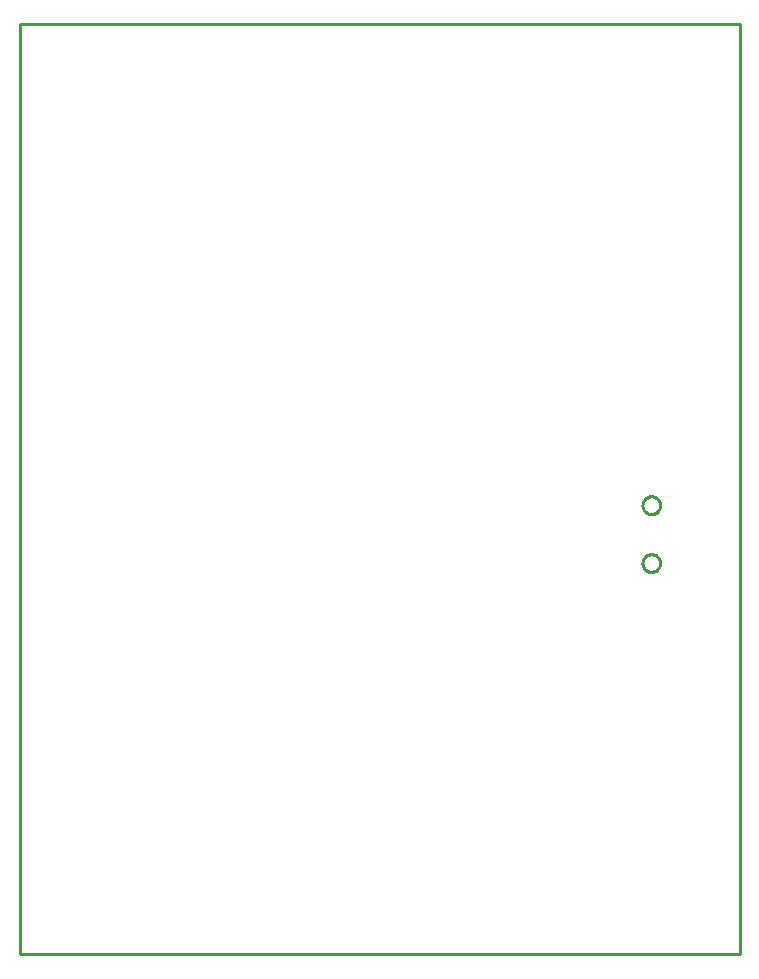
<source format=gbr>
G04 EAGLE Gerber RS-274X export*
G75*
%MOMM*%
%FSLAX34Y34*%
%LPD*%
%IN*%
%IPPOS*%
%AMOC8*
5,1,8,0,0,1.08239X$1,22.5*%
G01*
%ADD10C,0.254000*%


D10*
X0Y0D02*
X609600Y0D01*
X609600Y787400D01*
X0Y787400D01*
X0Y0D01*
X535248Y338600D02*
X535982Y338528D01*
X536705Y338384D01*
X537410Y338170D01*
X538091Y337888D01*
X538740Y337541D01*
X539353Y337131D01*
X539923Y336664D01*
X540444Y336143D01*
X540911Y335573D01*
X541321Y334960D01*
X541668Y334311D01*
X541950Y333630D01*
X542164Y332925D01*
X542308Y332202D01*
X542380Y331468D01*
X542380Y330732D01*
X542308Y329998D01*
X542164Y329275D01*
X541950Y328570D01*
X541668Y327889D01*
X541321Y327240D01*
X540911Y326627D01*
X540444Y326057D01*
X539923Y325536D01*
X539353Y325069D01*
X538740Y324659D01*
X538091Y324312D01*
X537410Y324030D01*
X536705Y323816D01*
X535982Y323672D01*
X535248Y323600D01*
X534512Y323600D01*
X533778Y323672D01*
X533055Y323816D01*
X532350Y324030D01*
X531669Y324312D01*
X531020Y324659D01*
X530407Y325069D01*
X529837Y325536D01*
X529316Y326057D01*
X528849Y326627D01*
X528439Y327240D01*
X528092Y327889D01*
X527810Y328570D01*
X527596Y329275D01*
X527452Y329998D01*
X527380Y330732D01*
X527380Y331468D01*
X527452Y332202D01*
X527596Y332925D01*
X527810Y333630D01*
X528092Y334311D01*
X528439Y334960D01*
X528849Y335573D01*
X529316Y336143D01*
X529837Y336664D01*
X530407Y337131D01*
X531020Y337541D01*
X531669Y337888D01*
X532350Y338170D01*
X533055Y338384D01*
X533778Y338528D01*
X534512Y338600D01*
X535248Y338600D01*
X535248Y387600D02*
X535982Y387528D01*
X536705Y387384D01*
X537410Y387170D01*
X538091Y386888D01*
X538740Y386541D01*
X539353Y386131D01*
X539923Y385664D01*
X540444Y385143D01*
X540911Y384573D01*
X541321Y383960D01*
X541668Y383311D01*
X541950Y382630D01*
X542164Y381925D01*
X542308Y381202D01*
X542380Y380468D01*
X542380Y379732D01*
X542308Y378998D01*
X542164Y378275D01*
X541950Y377570D01*
X541668Y376889D01*
X541321Y376240D01*
X540911Y375627D01*
X540444Y375057D01*
X539923Y374536D01*
X539353Y374069D01*
X538740Y373659D01*
X538091Y373312D01*
X537410Y373030D01*
X536705Y372816D01*
X535982Y372672D01*
X535248Y372600D01*
X534512Y372600D01*
X533778Y372672D01*
X533055Y372816D01*
X532350Y373030D01*
X531669Y373312D01*
X531020Y373659D01*
X530407Y374069D01*
X529837Y374536D01*
X529316Y375057D01*
X528849Y375627D01*
X528439Y376240D01*
X528092Y376889D01*
X527810Y377570D01*
X527596Y378275D01*
X527452Y378998D01*
X527380Y379732D01*
X527380Y380468D01*
X527452Y381202D01*
X527596Y381925D01*
X527810Y382630D01*
X528092Y383311D01*
X528439Y383960D01*
X528849Y384573D01*
X529316Y385143D01*
X529837Y385664D01*
X530407Y386131D01*
X531020Y386541D01*
X531669Y386888D01*
X532350Y387170D01*
X533055Y387384D01*
X533778Y387528D01*
X534512Y387600D01*
X535248Y387600D01*
M02*

</source>
